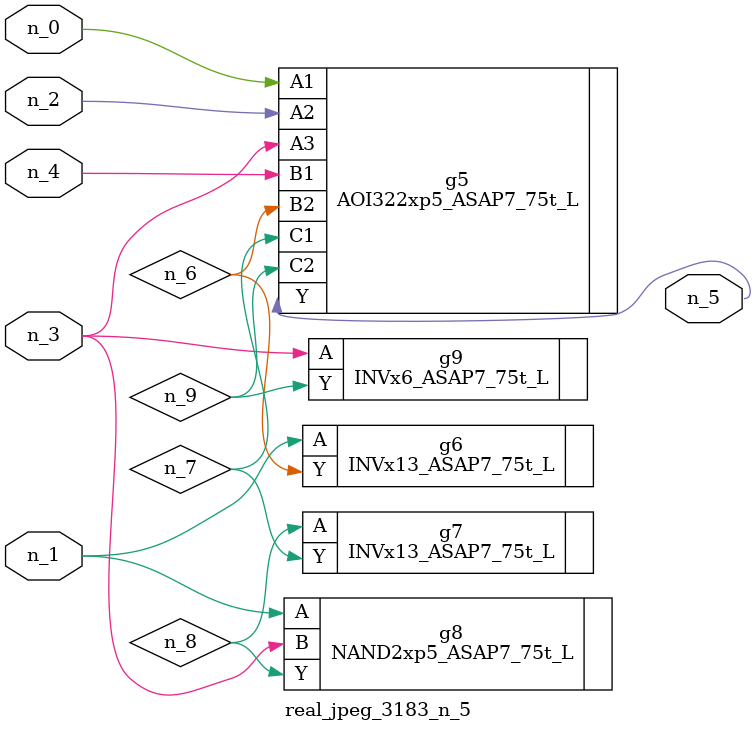
<source format=v>
module real_jpeg_3183_n_5 (n_4, n_0, n_1, n_2, n_3, n_5);

input n_4;
input n_0;
input n_1;
input n_2;
input n_3;

output n_5;

wire n_8;
wire n_6;
wire n_7;
wire n_9;

AOI322xp5_ASAP7_75t_L g5 ( 
.A1(n_0),
.A2(n_2),
.A3(n_3),
.B1(n_4),
.B2(n_6),
.C1(n_7),
.C2(n_9),
.Y(n_5)
);

INVx13_ASAP7_75t_L g6 ( 
.A(n_1),
.Y(n_6)
);

NAND2xp5_ASAP7_75t_L g8 ( 
.A(n_1),
.B(n_3),
.Y(n_8)
);

INVx6_ASAP7_75t_L g9 ( 
.A(n_3),
.Y(n_9)
);

INVx13_ASAP7_75t_L g7 ( 
.A(n_8),
.Y(n_7)
);


endmodule
</source>
